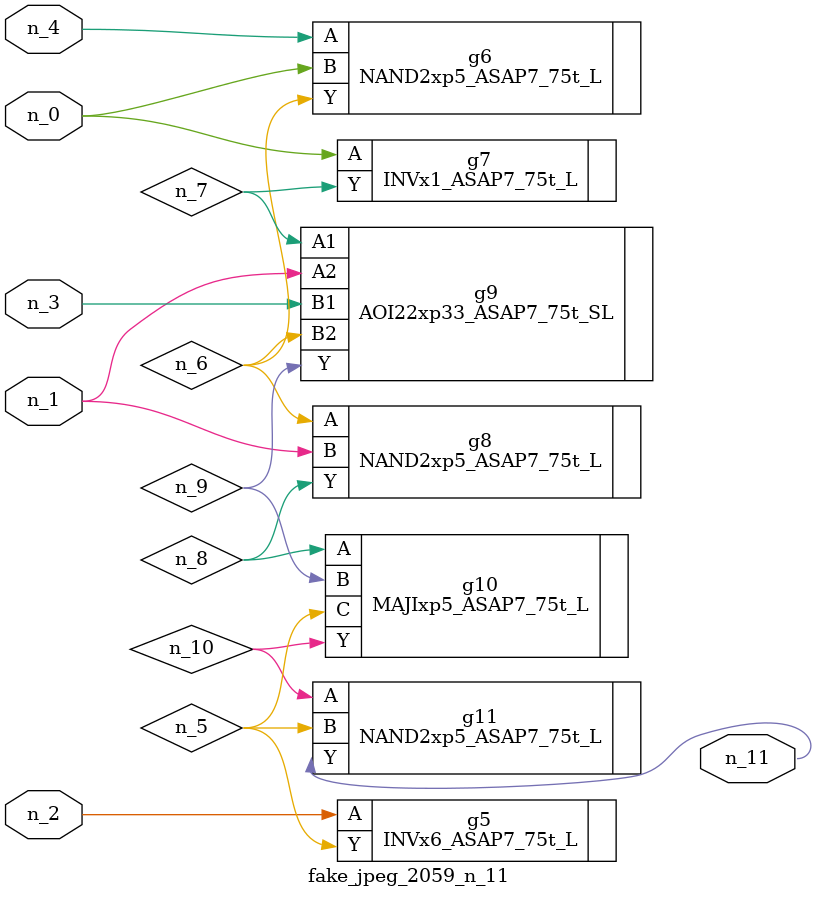
<source format=v>
module fake_jpeg_2059_n_11 (n_3, n_2, n_1, n_0, n_4, n_11);

input n_3;
input n_2;
input n_1;
input n_0;
input n_4;

output n_11;

wire n_10;
wire n_8;
wire n_9;
wire n_6;
wire n_5;
wire n_7;

INVx6_ASAP7_75t_L g5 ( 
.A(n_2),
.Y(n_5)
);

NAND2xp5_ASAP7_75t_L g6 ( 
.A(n_4),
.B(n_0),
.Y(n_6)
);

INVx1_ASAP7_75t_L g7 ( 
.A(n_0),
.Y(n_7)
);

NAND2xp5_ASAP7_75t_L g8 ( 
.A(n_6),
.B(n_1),
.Y(n_8)
);

MAJIxp5_ASAP7_75t_L g10 ( 
.A(n_8),
.B(n_9),
.C(n_5),
.Y(n_10)
);

AOI22xp33_ASAP7_75t_SL g9 ( 
.A1(n_7),
.A2(n_1),
.B1(n_3),
.B2(n_6),
.Y(n_9)
);

NAND2xp5_ASAP7_75t_L g11 ( 
.A(n_10),
.B(n_5),
.Y(n_11)
);


endmodule
</source>
